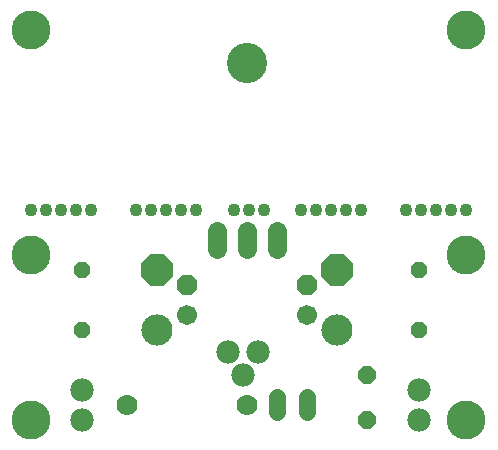
<source format=gbs>
G75*
G70*
%OFA0B0*%
%FSLAX24Y24*%
%IPPOS*%
%LPD*%
%AMOC8*
5,1,8,0,0,1.08239X$1,22.5*
%
%ADD10C,0.1300*%
%ADD11C,0.0434*%
%ADD12C,0.0640*%
%ADD13C,0.1340*%
%ADD14OC8,0.0560*%
%ADD15OC8,0.0670*%
%ADD16C,0.0670*%
%ADD17C,0.1040*%
%ADD18OC8,0.1040*%
%ADD19C,0.0700*%
%ADD20C,0.0555*%
%ADD21C,0.0780*%
%ADD22OC8,0.0600*%
D10*
X001181Y001180D03*
X001181Y006680D03*
X001181Y014180D03*
X015681Y014180D03*
X015681Y006680D03*
X015681Y001180D03*
D11*
X015681Y008180D03*
X015181Y008180D03*
X014681Y008180D03*
X014181Y008180D03*
X013681Y008180D03*
X012181Y008180D03*
X011681Y008180D03*
X011181Y008180D03*
X010681Y008180D03*
X010181Y008180D03*
X008931Y008180D03*
X008431Y008180D03*
X007931Y008180D03*
X006681Y008180D03*
X006181Y008180D03*
X005681Y008180D03*
X005181Y008180D03*
X004681Y008180D03*
X003181Y008180D03*
X002681Y008180D03*
X002181Y008180D03*
X001681Y008180D03*
X001181Y008180D03*
D12*
X007362Y007480D02*
X007362Y006880D01*
X008362Y006880D02*
X008362Y007480D01*
X009362Y007480D02*
X009362Y006880D01*
D13*
X008362Y013080D03*
D14*
X002862Y006180D03*
X002862Y004180D03*
X014112Y004180D03*
X014112Y006180D03*
D15*
X010362Y005680D03*
X006362Y005680D03*
D16*
X006362Y004680D03*
X010362Y004680D03*
D17*
X011362Y004180D03*
X005362Y004180D03*
D18*
X005362Y006180D03*
X011362Y006180D03*
D19*
X008362Y001680D03*
X004362Y001680D03*
D20*
X009362Y001423D02*
X009362Y001937D01*
X010362Y001937D02*
X010362Y001423D01*
D21*
X008250Y002680D03*
X007750Y003430D03*
X008750Y003430D03*
X014112Y002180D03*
X014112Y001180D03*
X002862Y001180D03*
X002862Y002180D03*
D22*
X012362Y002680D03*
X012362Y001180D03*
M02*

</source>
